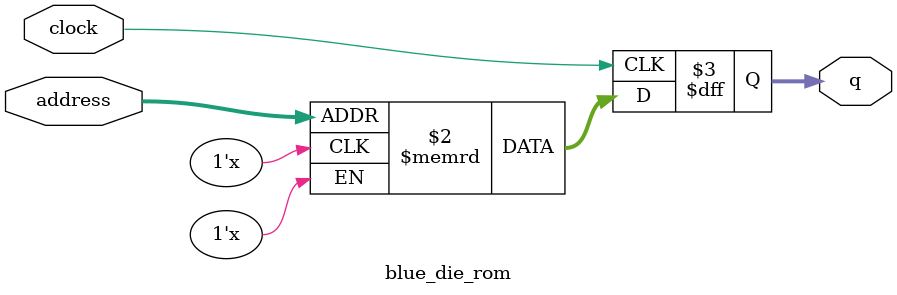
<source format=sv>
module blue_die_rom (
	input logic clock,
	input logic [14:0] address,
	output logic [3:0] q
);

logic [3:0] memory [0:17499] /* synthesis ram_init_file = "./blue_die/blue_die.mif" */;

always_ff @ (posedge clock) begin
	q <= memory[address];
end

endmodule

</source>
